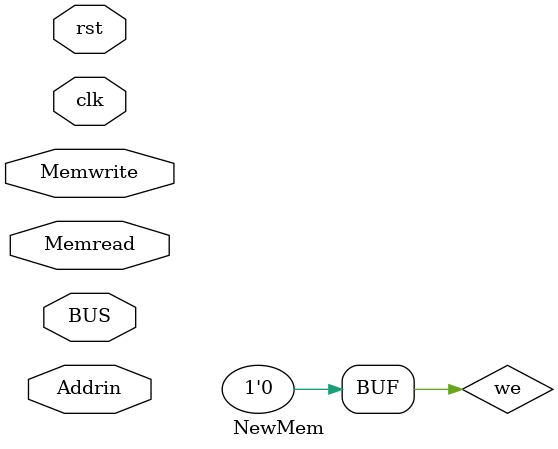
<source format=v>
`timescale 1ns / 1ps
module NewMem(clk,BUS,Memread,Memwrite,Addrin,rst
    );
input clk;// memory clock
inout [31:0] BUS;// data BUS
input Memread;
input [1:0] Memwrite;
input [11:0] Addrin;
input rst;
reg we;
initial we = 0;
reg [27:0] addr0;
reg [27:0] addr1;

reg [15:0] data0;
reg [15:0] data1;

wire [15:0] out0;
wire [15:0] out1;

halfWordBank bank0(
	.clka(clk),
	.wea(we),
	.addra(addr0),
	.dina(data0),
	.douta(out0)
);

halfWordBank bank1(
	.clka(clk),
	.wea(we),
	.addra(addr1),
	.dina(data1),
	.douta(out1)
);

always @(posedge clk) begin
	
end

endmodule

</source>
